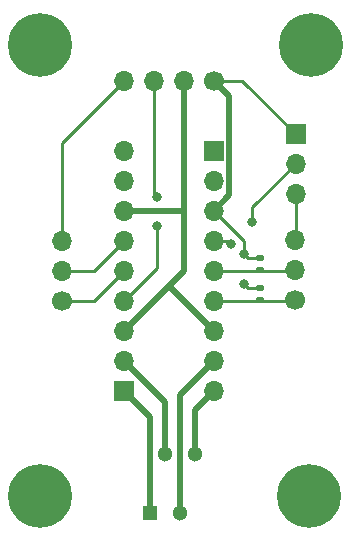
<source format=gbr>
%TF.GenerationSoftware,KiCad,Pcbnew,6.0.11-2627ca5db0~126~ubuntu22.04.1*%
%TF.CreationDate,2024-01-28T01:11:03-06:00*%
%TF.ProjectId,mp_highdriver_carrier,6d705f68-6967-4686-9472-697665725f63,rev?*%
%TF.SameCoordinates,Original*%
%TF.FileFunction,Copper,L1,Top*%
%TF.FilePolarity,Positive*%
%FSLAX46Y46*%
G04 Gerber Fmt 4.6, Leading zero omitted, Abs format (unit mm)*
G04 Created by KiCad (PCBNEW 6.0.11-2627ca5db0~126~ubuntu22.04.1) date 2024-01-28 01:11:03*
%MOMM*%
%LPD*%
G01*
G04 APERTURE LIST*
G04 Aperture macros list*
%AMRoundRect*
0 Rectangle with rounded corners*
0 $1 Rounding radius*
0 $2 $3 $4 $5 $6 $7 $8 $9 X,Y pos of 4 corners*
0 Add a 4 corners polygon primitive as box body*
4,1,4,$2,$3,$4,$5,$6,$7,$8,$9,$2,$3,0*
0 Add four circle primitives for the rounded corners*
1,1,$1+$1,$2,$3*
1,1,$1+$1,$4,$5*
1,1,$1+$1,$6,$7*
1,1,$1+$1,$8,$9*
0 Add four rect primitives between the rounded corners*
20,1,$1+$1,$2,$3,$4,$5,0*
20,1,$1+$1,$4,$5,$6,$7,0*
20,1,$1+$1,$6,$7,$8,$9,0*
20,1,$1+$1,$8,$9,$2,$3,0*%
G04 Aperture macros list end*
%TA.AperFunction,ComponentPad*%
%ADD10C,1.300000*%
%TD*%
%TA.AperFunction,ComponentPad*%
%ADD11R,1.300000X1.300000*%
%TD*%
%TA.AperFunction,SMDPad,CuDef*%
%ADD12RoundRect,0.135000X0.185000X-0.135000X0.185000X0.135000X-0.185000X0.135000X-0.185000X-0.135000X0*%
%TD*%
%TA.AperFunction,ComponentPad*%
%ADD13C,5.400000*%
%TD*%
%TA.AperFunction,ComponentPad*%
%ADD14C,1.700000*%
%TD*%
%TA.AperFunction,ComponentPad*%
%ADD15O,1.700000X1.700000*%
%TD*%
%TA.AperFunction,ComponentPad*%
%ADD16R,1.700000X1.700000*%
%TD*%
%TA.AperFunction,ViaPad*%
%ADD17C,0.800000*%
%TD*%
%TA.AperFunction,Conductor*%
%ADD18C,0.500000*%
%TD*%
%TA.AperFunction,Conductor*%
%ADD19C,0.250000*%
%TD*%
G04 APERTURE END LIST*
D10*
%TO.P,J2,4,4*%
%TO.N,/P2-*%
X149124999Y-124700000D03*
D11*
%TO.P,J2,1,1*%
%TO.N,/P1-*%
X145374999Y-129700000D03*
D10*
%TO.P,J2,2,2*%
%TO.N,/P1+*%
X146624999Y-124700000D03*
%TO.P,J2,3,3*%
%TO.N,/P2+*%
X147874999Y-129700000D03*
%TD*%
D12*
%TO.P,R1,1*%
%TO.N,/SDA*%
X154620000Y-109140000D03*
%TO.P,R1,2*%
%TO.N,VDD*%
X154620000Y-108120000D03*
%TD*%
D13*
%TO.P,H4,1,1*%
%TO.N,unconnected-(H4-Pad1)*%
X136050000Y-90100000D03*
%TD*%
D14*
%TO.P,J5,1,Pin_1*%
%TO.N,/SCL*%
X157650000Y-111690000D03*
D15*
%TO.P,J5,2,Pin_2*%
%TO.N,/SDA*%
X157650000Y-109150000D03*
%TO.P,J5,3,Pin_3*%
%TO.N,Net-(J5-Pad3)*%
X157650000Y-106610000D03*
%TD*%
D14*
%TO.P,J3,1,Pin_1*%
%TO.N,VDD*%
X150740000Y-93120000D03*
D15*
%TO.P,J3,2,Pin_2*%
%TO.N,GND*%
X148200000Y-93120000D03*
%TO.P,J3,3,Pin_3*%
%TO.N,/AMP*%
X145660000Y-93120000D03*
%TO.P,J3,4,Pin_4*%
%TO.N,Net-(J3-Pad4)*%
X143120000Y-93120000D03*
%TD*%
D13*
%TO.P,H2,1,1*%
%TO.N,unconnected-(H2-Pad1)*%
X158800000Y-128300000D03*
%TD*%
D14*
%TO.P,JP1,1,A*%
%TO.N,/CLK_INT*%
X137860000Y-111745000D03*
D15*
%TO.P,JP1,2,C*%
%TO.N,/CLK*%
X137860000Y-109205000D03*
%TO.P,JP1,3,B*%
%TO.N,Net-(J3-Pad4)*%
X137860000Y-106665000D03*
%TD*%
D13*
%TO.P,H3,1,1*%
%TO.N,unconnected-(H3-Pad1)*%
X136050000Y-128300000D03*
%TD*%
D12*
%TO.P,R2,1*%
%TO.N,/SCL*%
X154630000Y-111710000D03*
%TO.P,R2,2*%
%TO.N,VDD*%
X154630000Y-110690000D03*
%TD*%
D16*
%TO.P,J4,1,Pin_1*%
%TO.N,unconnected-(J4-Pad1)*%
X150770000Y-99050000D03*
D15*
%TO.P,J4,2,Pin_2*%
%TO.N,unconnected-(J4-Pad2)*%
X150770000Y-101590000D03*
%TO.P,J4,3,Pin_3*%
%TO.N,VDD*%
X150770000Y-104130000D03*
%TO.P,J4,4,Pin_4*%
%TO.N,/{slash}RST*%
X150770000Y-106670000D03*
%TO.P,J4,5,Pin_5*%
%TO.N,/SDA*%
X150770000Y-109210000D03*
%TO.P,J4,6,Pin_6*%
%TO.N,/SCL*%
X150770000Y-111750000D03*
%TO.P,J4,7,Pin_7*%
%TO.N,GND*%
X150770000Y-114290000D03*
%TO.P,J4,8,Pin_8*%
%TO.N,/P2+*%
X150770000Y-116830000D03*
%TO.P,J4,9,Pin_9*%
%TO.N,/P2-*%
X150770000Y-119370000D03*
%TD*%
D13*
%TO.P,H1,1,1*%
%TO.N,unconnected-(H1-Pad1)*%
X158950000Y-90100000D03*
%TD*%
D16*
%TO.P,J1,1,Pin_1*%
%TO.N,/P1-*%
X143150000Y-119370000D03*
D15*
%TO.P,J1,2,Pin_2*%
%TO.N,/P1+*%
X143150000Y-116830000D03*
%TO.P,J1,3,Pin_3*%
%TO.N,GND*%
X143150000Y-114290000D03*
%TO.P,J1,4,Pin_4*%
%TO.N,/AMP*%
X143150000Y-111750000D03*
%TO.P,J1,5,Pin_5*%
%TO.N,/CLK_INT*%
X143150000Y-109210000D03*
%TO.P,J1,6,Pin_6*%
%TO.N,/CLK*%
X143150000Y-106670000D03*
%TO.P,J1,7,Pin_7*%
%TO.N,GND*%
X143150000Y-104130000D03*
%TO.P,J1,8,Pin_8*%
%TO.N,unconnected-(J1-Pad8)*%
X143150000Y-101590000D03*
%TO.P,J1,9,Pin_9*%
%TO.N,unconnected-(J1-Pad9)*%
X143150000Y-99050000D03*
%TD*%
D16*
%TO.P,JP2,1,A*%
%TO.N,VDD*%
X157670000Y-97650000D03*
D15*
%TO.P,JP2,2,C*%
%TO.N,/{slash}RST*%
X157670000Y-100190000D03*
%TO.P,JP2,3,B*%
%TO.N,Net-(J5-Pad3)*%
X157670000Y-102730000D03*
%TD*%
D17*
%TO.N,/AMP*%
X145900000Y-103000000D03*
X145900000Y-105400000D03*
%TO.N,VDD*%
X153270000Y-110360000D03*
X153290000Y-107810000D03*
%TO.N,/{slash}RST*%
X152180000Y-106930000D03*
X154020000Y-105080000D03*
%TD*%
D18*
%TO.N,/P2+*%
X147874999Y-129700000D02*
X147874999Y-119725001D01*
X147874999Y-119725001D02*
X150770000Y-116830000D01*
%TO.N,/P2-*%
X149124999Y-124700000D02*
X149124999Y-121015001D01*
X149124999Y-121015001D02*
X150770000Y-119370000D01*
%TO.N,/P1-*%
X145374999Y-129700000D02*
X145374999Y-121594999D01*
X145374999Y-121594999D02*
X143150000Y-119370000D01*
%TO.N,/P1+*%
X146624999Y-124700000D02*
X146624999Y-120304999D01*
X146624999Y-120304999D02*
X143150000Y-116830000D01*
D19*
%TO.N,/AMP*%
X145900000Y-103000000D02*
X145660000Y-102760000D01*
X145780000Y-109120000D02*
X145900000Y-109000000D01*
X145900000Y-109000000D02*
X145900000Y-105400000D01*
X145660000Y-102760000D02*
X145660000Y-93120000D01*
%TO.N,/CLK_INT*%
X137860000Y-111745000D02*
X140615000Y-111745000D01*
X140615000Y-111745000D02*
X143150000Y-109210000D01*
%TO.N,/CLK*%
X137860000Y-109205000D02*
X140615000Y-109205000D01*
X140615000Y-109205000D02*
X143150000Y-106670000D01*
D18*
%TO.N,GND*%
X146960000Y-110480000D02*
X143150000Y-114290000D01*
X148200000Y-93120000D02*
X148200000Y-104140000D01*
X148190000Y-104130000D02*
X148200000Y-104140000D01*
X148200000Y-109240000D02*
X146960000Y-110480000D01*
X150770000Y-114290000D02*
X146960000Y-110480000D01*
X143150000Y-104130000D02*
X148190000Y-104130000D01*
X148200000Y-104140000D02*
X148200000Y-109240000D01*
D19*
%TO.N,/AMP*%
X143150000Y-111750000D02*
X145780000Y-109120000D01*
%TO.N,/CLK_INT*%
X143145000Y-109205000D02*
X143150000Y-109210000D01*
D18*
%TO.N,VDD*%
X150770000Y-104130000D02*
X152070000Y-102830000D01*
D19*
X153600000Y-110690000D02*
X153270000Y-110360000D01*
X153140000Y-93120000D02*
X157670000Y-97650000D01*
X153290000Y-107810000D02*
X153290000Y-106650000D01*
D18*
X152070000Y-94450000D02*
X150740000Y-93120000D01*
D19*
X153290000Y-106650000D02*
X150770000Y-104130000D01*
X154620000Y-108120000D02*
X153600000Y-108120000D01*
D18*
X152070000Y-102830000D02*
X152070000Y-94450000D01*
D19*
X154630000Y-110690000D02*
X153600000Y-110690000D01*
X153600000Y-108120000D02*
X153290000Y-107810000D01*
X150740000Y-93120000D02*
X153140000Y-93120000D01*
%TO.N,Net-(J3-Pad4)*%
X137860000Y-98380000D02*
X143120000Y-93120000D01*
X137860000Y-106665000D02*
X137860000Y-98380000D01*
%TO.N,/{slash}RST*%
X151920000Y-106670000D02*
X152180000Y-106930000D01*
X150770000Y-106670000D02*
X151920000Y-106670000D01*
X154020000Y-103840000D02*
X157670000Y-100190000D01*
X154020000Y-105080000D02*
X154020000Y-103840000D01*
%TO.N,/SDA*%
X150770000Y-109210000D02*
X157590000Y-109210000D01*
X157590000Y-109210000D02*
X157650000Y-109150000D01*
%TO.N,/SCL*%
X150770000Y-111750000D02*
X157590000Y-111750000D01*
X157590000Y-111750000D02*
X157650000Y-111690000D01*
%TO.N,Net-(J5-Pad3)*%
X157670000Y-102730000D02*
X157670000Y-106590000D01*
X157670000Y-106590000D02*
X157650000Y-106610000D01*
X157680000Y-106580000D02*
X157650000Y-106610000D01*
%TD*%
M02*

</source>
